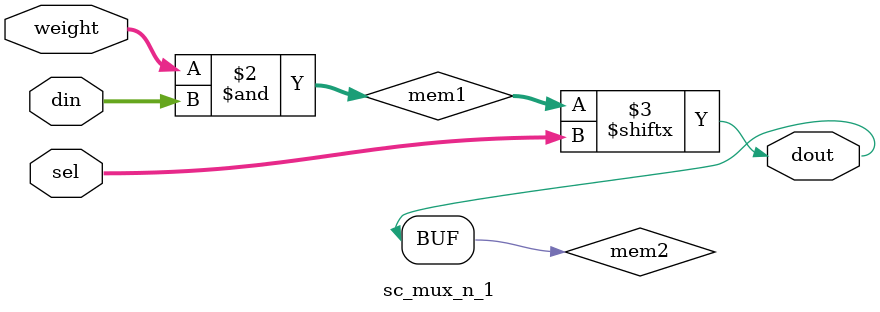
<source format=sv>
module sc_mux_n_1
  #(parameter K = 3
   )
  ( 
    input wire [2**K -1:0] din, // Input data signals
    input wire [2**K -1:0] weight, 
    input wire [K-1:0] sel,      // Select signal
    output wire dout              // Output signal
  );
  reg [2**K -1:0] mem1;
  // can not select part of scalar: mem1 if reg do not defined width
  reg mem2;
  always_comb
  begin
    mem1 = weight & din;
    mem2 = mem1[sel];
  end

  assign dout = mem2;
endmodule
</source>
